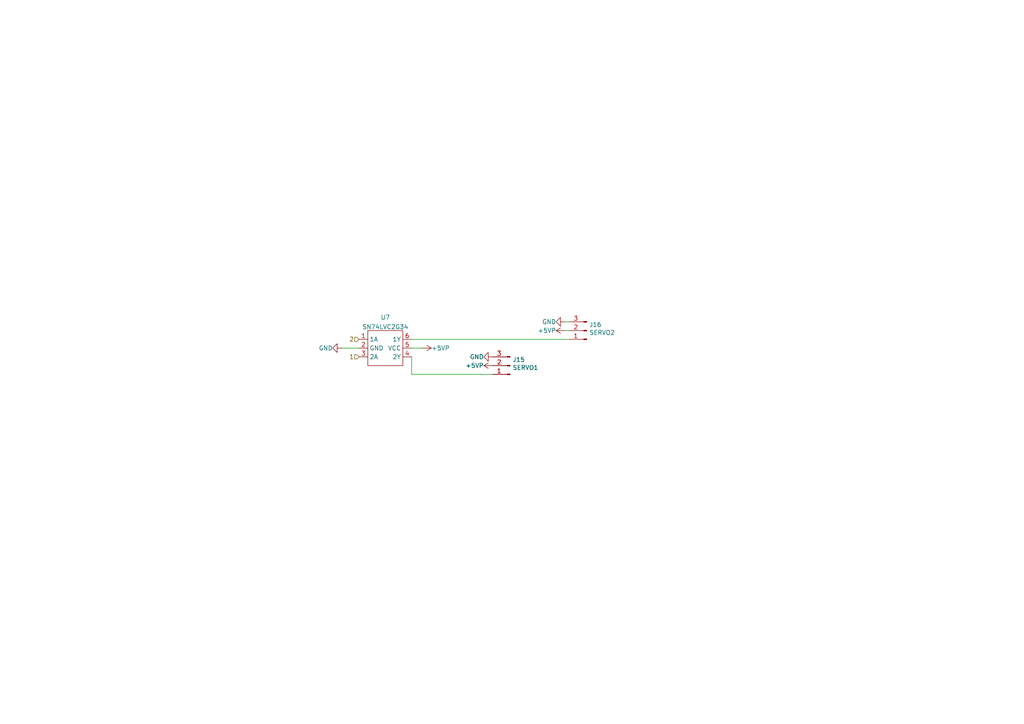
<source format=kicad_sch>
(kicad_sch (version 20231120) (generator "eeschema") (generator_version "8.0")
  (paper "A4")
  (title_block (title "LumenPnP Motherboard") (date "2022-03-29") (company "Opulo"))
  (lib_symbols
    (symbol "Connector:Conn_01x03_Male" (pin_names (offset 1.016) hide)
      (property "Reference" "J" (at 0 5.08 0))
      (property "Value" "Conn_01x03_Male" (at 0 -5.08 0))
      (symbol "Conn_01x03_Male_1_1"
        (polyline (pts (xy 1.27 -2.54) (xy 0.8636 -2.54)) (stroke (width 0.1524)))
        (polyline (pts (xy 1.27 0) (xy 0.8636 0)) (stroke (width 0.1524)))
        (polyline (pts (xy 1.27 2.54) (xy 0.8636 2.54)) (stroke (width 0.1524)))
        (rectangle (start 0.8636 -2.413) (end 0 -2.667) (stroke (width 0.1524)) (fill (type outline)))
        (rectangle (start 0.8636 0.127) (end 0 -0.127) (stroke (width 0.1524)) (fill (type outline)))
        (rectangle (start 0.8636 2.667) (end 0 2.413) (stroke (width 0.1524)) (fill (type outline)))
        (pin passive line (at 5.08 2.54 180) (length 3.81) (name "Pin_1") (number "1"))
        (pin passive line (at 5.08 0 180) (length 3.81) (name "Pin_2") (number "2"))
        (pin passive line (at 5.08 -2.54 180) (length 3.81) (name "Pin_3") (number "3"))
      )
    )
    (symbol "index:SN74LVC2G34"
      (property "Reference" "U" (at 0 -3.81 0))
      (property "Value" "SN74LVC2G34" (at 0 -1.27 0))
      (symbol "SN74LVC2G34_0_1"
        (rectangle (start -5.08 10.16) (end 5.08 0))
      )
      (symbol "SN74LVC2G34_1_1"
        (pin passive line (at -7.62 7.62 0) (length 2.54) (name "1A") (number "1"))
        (pin passive line (at -7.62 5.08 0) (length 2.54) (name "GND") (number "2"))
        (pin passive line (at -7.62 2.54 0) (length 2.54) (name "2A") (number "3"))
        (pin passive line (at 7.62 2.54 180) (length 2.54) (name "2Y") (number "4"))
        (pin passive line (at 7.62 5.08 180) (length 2.54) (name "VCC") (number "5"))
        (pin passive line (at 7.62 7.62 180) (length 2.54) (name "1Y") (number "6"))
      )
    )
    (symbol "power:+5VP" (power) (pin_names (offset 0))
      (property "Value" "+5VP" (at 0 3.556 0))
      (symbol "+5VP_0_1"
        (polyline (pts (xy -0.762 1.27) (xy 0 2.54)))
        (polyline (pts (xy 0 0) (xy 0 2.54)))
        (polyline (pts (xy 0 2.54) (xy 0.762 1.27)))
      )
      (symbol "+5VP_1_1"
        (pin power_in line (at 0 0 90) (length 0) hide (name "+5VP") (number "1"))
      )
    )
    (symbol "power:GND" (power) (pin_names (offset 0))
      (property "Value" "GND" (at 0 -3.81 0))
      (symbol "GND_0_1"
        (polyline (pts (xy 0 0) (xy 0 -1.27) (xy 1.27 -1.27) (xy 0 -2.54) (xy -1.27 -1.27) (xy 0 -1.27)))
      )
      (symbol "GND_1_1"
        (pin power_in line (at 0 0 270) (length 0) hide (name "GND") (number "1"))
      )
    )
  )
  (wire (pts (xy 119.38 108.585) (xy 142.875 108.585)))
  (wire (pts (xy 163.83 93.345) (xy 165.1 93.345)))
  (wire (pts (xy 119.38 108.585) (xy 119.38 103.505)))
  (wire (pts (xy 163.83 95.885) (xy 165.1 95.885)))
  (wire (pts (xy 119.38 100.965) (xy 122.555 100.965)))
  (wire (pts (xy 119.38 98.425) (xy 165.1 98.425)))
  (wire (pts (xy 99.06 100.965) (xy 104.14 100.965)))
  (hierarchical_label "1" (shape input) (at 104.14 103.505 180))
  (hierarchical_label "2" (shape input) (at 104.14 98.425 180))
  (symbol (lib_id "power:+5VP") (at 142.875 106.045 90) (unit 1)
    (property "Reference" "#PWR0171" (effects (hide yes)))
    (property "Value" "+5VP" (at 140.335 106.045 90) (effects (justify left)))
  )
  (symbol (lib_id "index:SN74LVC2G34") (at 111.76 106.045 0) (unit 1)
    (property "Reference" "U7" (at 111.76 92.0455 0))
    (property "Value" "SN74LVC2G34" (at 111.76 94.8206 0))
    (property "Footprint" "Package_TO_SOT_SMD:SOT-23-6" (effects (hide yes)))
    (property "Datasheet" "https://www.ti.com/cn/lit/ds/symlink/sn74lvc2g34.pdf?ts=1659406501708" (effects (hide yes)))
    (property "Digikey" "SN74LVC2G34DBVR" (effects (hide yes)))
  )
  (symbol (lib_id "power:GND") (at 142.875 103.505 270) (unit 1)
    (property "Reference" "#PWR0170" (effects (hide yes)))
    (property "Value" "GND" (at 140.335 103.505 90) (effects (justify right)))
  )
  (symbol (lib_id "power:GND") (at 99.06 100.965 270) (unit 1)
    (property "Reference" "#PWR0137" (effects (hide yes)))
    (property "Value" "GND" (at 96.52 100.965 90) (effects (justify right)))
  )
  (symbol (lib_id "power:GND") (at 163.83 93.345 270) (unit 1)
    (property "Reference" "#PWR0172" (effects (hide yes)))
    (property "Value" "GND" (at 161.29 93.345 90) (effects (justify right)))
  )
  (symbol (lib_id "power:+5VP") (at 163.83 95.885 90) (unit 1)
    (property "Reference" "#PWR0173" (effects (hide yes)))
    (property "Value" "+5VP" (at 161.29 95.885 90) (effects (justify left)))
  )
  (symbol (lib_id "Connector:Conn_01x03_Male") (at 147.955 106.045 180) (unit 1)
    (property "Reference" "J15" (at 148.6662 104.3178 0) (effects (justify right)))
    (property "Value" "SERVO1" (at 148.6662 106.6292 0) (effects (justify right)))
    (property "Footprint" "Connector_JST:JST_XH_B3B-XH-A_1x03_P2.50mm_Vertical" (effects (hide yes)))
    (property "LCSC" "C2316" (effects (hide yes)))
    (property "JLCPCB" "C2316" (effects (hide yes)))
    (property "Digikey" "455-2248-ND" (effects (hide yes)))
  )
  (symbol (lib_id "power:+5VP") (at 122.555 100.965 270) (unit 1)
    (property "Reference" "#PWR0134" (effects (hide yes)))
    (property "Value" "+5VP" (at 125.095 100.965 90) (effects (justify left)))
  )
  (symbol (lib_id "Connector:Conn_01x03_Male") (at 170.18 95.885 180) (unit 1)
    (property "Reference" "J16" (at 170.8912 94.1578 0) (effects (justify right)))
    (property "Value" "SERVO2" (at 170.8912 96.4692 0) (effects (justify right)))
    (property "Footprint" "Connector_JST:JST_XH_B3B-XH-A_1x03_P2.50mm_Vertical" (effects (hide yes)))
    (property "LCSC" "C2316" (effects (hide yes)))
    (property "JLCPCB" "C2316" (effects (hide yes)))
    (property "Digikey" "455-2248-ND" (effects (hide yes)))
  )
)
</source>
